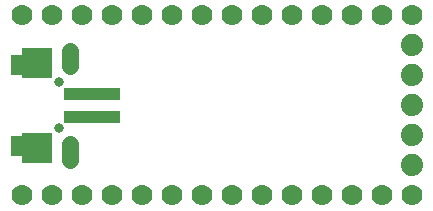
<source format=gbr>
G04 EAGLE Gerber RS-274X export*
G75*
%MOMM*%
%FSLAX34Y34*%
%LPD*%
%INSoldermask Bottom*%
%IPPOS*%
%AMOC8*
5,1,8,0,0,1.08239X$1,22.5*%
G01*
%ADD10C,0.801600*%
%ADD11R,2.514600X2.514600*%
%ADD12C,1.409600*%
%ADD13C,1.778000*%
%ADD14C,1.879600*%
%ADD15R,4.701600X1.101600*%
%ADD16R,3.501600X1.701600*%


D10*
X44450Y108400D03*
X44450Y69400D03*
D11*
X25450Y52900D03*
X25450Y124900D03*
D12*
X53450Y121900D02*
X53450Y134980D01*
X53450Y55900D02*
X53450Y42820D01*
D13*
X12700Y165100D03*
X38100Y165100D03*
X63500Y165100D03*
X88900Y165100D03*
X114300Y165100D03*
X139700Y165100D03*
X165100Y165100D03*
X190500Y165100D03*
X215900Y165100D03*
X241300Y165100D03*
X266700Y165100D03*
X292100Y165100D03*
X317500Y165100D03*
X342900Y165100D03*
X342900Y12700D03*
X317500Y12700D03*
X292100Y12700D03*
X266700Y12700D03*
X241300Y12700D03*
X215900Y12700D03*
X190500Y12700D03*
X165100Y12700D03*
X139700Y12700D03*
X114300Y12700D03*
X88900Y12700D03*
X63500Y12700D03*
X38100Y12700D03*
X12700Y12700D03*
D14*
X342900Y38100D03*
X342900Y63500D03*
X342900Y88900D03*
X342900Y114300D03*
X342900Y139700D03*
D15*
X72560Y98900D03*
X72560Y78900D03*
D16*
X20560Y122900D03*
X20560Y54900D03*
M02*

</source>
